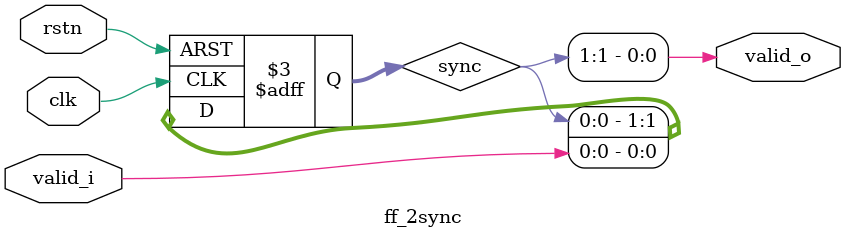
<source format=sv>
module togle_sync(
  input      clk_i,        //SOURCE CLOCK DOMAIN
  input      clk_o,        //DESTINATION CLOCK DOMAIN
  input      rstn_i,       // SOURCE RESET
  input      puls_i,       //SOURCE PULSE
  output     puls_o        //SYNC PULSE AT DESTINATION DOMAIN
);

reg pulse_tgle;      
reg pulse_tgle_synci;
reg pulse_tgle_synco;
reg pulse_tgle_syncc;

  //PROC BLOCK 1:
  // USED TO SAMPLE A PULSE ON THE INPUT SIGNAL
  // IF NO PULSE THAN USE THE REGISTERED VALUE
  always_ff @ (posedge clk_i or negedge rstn_i)
    begin
      if(!rstn_i)
        begin
	  pulse_tgle <= 1'b0;
        end		
      else if(pulse_i)
        begin
	  pulse_tgle <= ~pulse_tgle;
        end
      else
        begin
	  pulse_tgle <= pulse_tgle;
        end		
    end
  // 2 FLOP SYNC FOR THE SYNCHRONIZATION OF THE PULSE  TO DESTINATION DOMAIN
  ff_2sync sync(clk_o,rstn_i,pulse_tgle,pulse_tgle_synco);


  // PROC BLOCK 2:
  //REGISTER THE SYNC SIGNAL IN DESTINATION DOMAIN
  always_ff @ (posedge clk_o or negedge rstn_i)
    begin
      if(!rstn_i)
        begin
	  pulse_tgle_syncc <= 1'b0;
        end		
      else
        begin
	  pulse_tgle_syncc <= pulse_tgle_synco;
        end		
    end

// RECREATE THE PULSE IN DESTINATION DOMAIN
assign puls_o = pulse_tgle_syncc ^ pulse_tgle_synco;

endmodule


// 2 FF SYNC MODULE
// THIS CAN ALSO BE PARAMETRISED 
// BUT FOR THIS SPECIFIC MODULE I CODED A SIMPLE 2 FLOP SYNCRONIZER 
// YOU CAN REFER ANOTHER MODULE IN THE REPOSITORY FOR THE SAME.
module ff_2sync

    (
    input wire  clk,
    input wire  rstn,
    input wire  valid_i,
    output wire valid_o
    );

    reg [1:0] sync;

    always_ff @ (posedge clk or negedge rstn) 
    begin

        if (rstn == 1'b0) begin
            sync <= 2'b0;
        end
        else 
        begin
            sync <= {sync[0], valid_i};
        end
    end

    assign valid_o = sync[1];


endmodule

</source>
